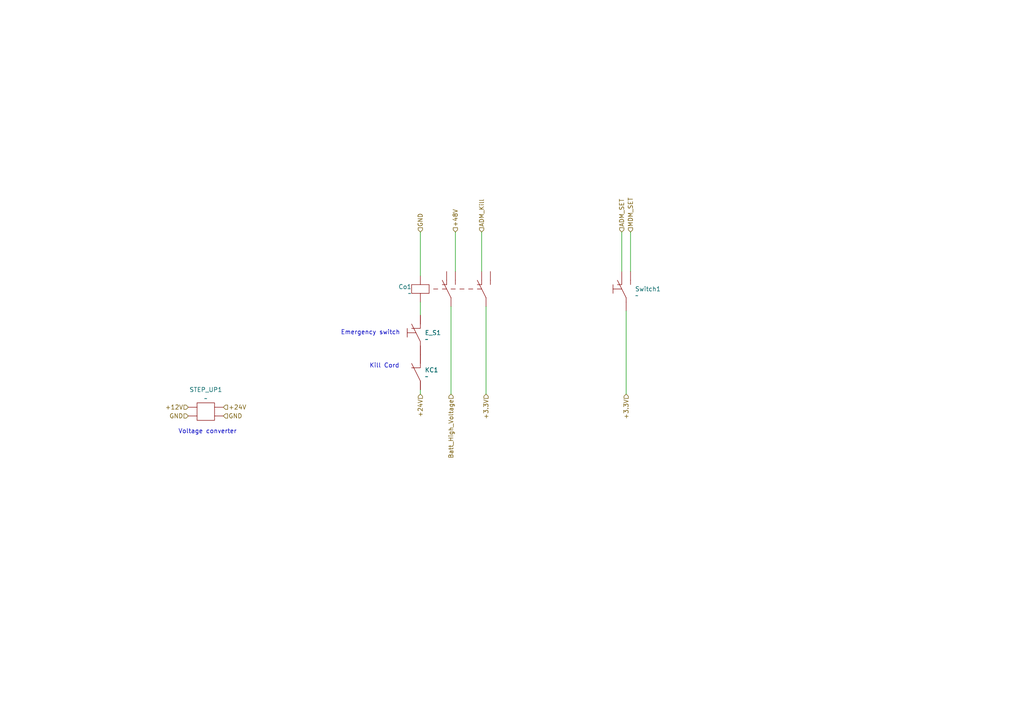
<source format=kicad_sch>
(kicad_sch (version 20231120) (generator "eeschema") (generator_version "8.0")
  (paper "A4")
  (title_block (date "2025-01-09") (company "Designers: Krzysztof Grajek, Wojtek Kołodziej"))
  (lib_symbols
    (symbol "New_Library_0:Emergency_Switch"
      (property "Reference" "E_S" (at 0 5.334 0))
      (symbol "Emergency_Switch_0_1"
        (polyline (pts (xy -1.27 3.81) (xy 1.27 3.81)))
        (polyline (pts (xy 0 1.27) (xy 0 3.81)))
        (polyline (pts (xy -3.81 0) (xy -2.54 0) (xy 2.54 2.54)))
        (polyline (pts (xy 1.27 2.54) (xy 1.27 0) (xy 2.54 0)))
      )
      (symbol "Emergency_Switch_1_1"
        (pin input line (at -6.35 0 0) (length 2.54) (name "") (number ""))
        (pin output line (at 5.08 0 180) (length 2.54) (name "") (number ""))
      )
    )
    (symbol "New_Library_0:KillCord"
      (property "Reference" "KC" (at 0 3.81 0))
      (symbol "KillCord_0_1"
        (polyline (pts (xy -2.54 0) (xy 2.54 2.54)))
        (polyline (pts (xy 1.27 2.54) (xy 1.27 0) (xy 2.54 0)))
      )
      (symbol "KillCord_1_1"
        (pin input line (at -5.08 0 0) (length 2.54) (name "") (number ""))
        (pin output line (at 5.08 0 180) (length 2.54) (name "") (number ""))
      )
    )
    (symbol "New_Library_0:Relay"
      (property "Reference" "Co" (at 0 0 0))
      (symbol "Relay_0_1"
        (rectangle (start -1.27 2.54) (end 1.27 -2.54))
        (polyline (pts (xy -2.54 -19.05) (xy 2.54 -16.51)))
        (polyline (pts (xy -2.54 -8.89) (xy 2.54 -6.35)))
        (polyline (pts (xy 0 -16.51) (xy 0 -17.78)))
        (polyline (pts (xy 0 -13.97) (xy 0 -15.24)))
        (polyline (pts (xy 0 -11.43) (xy 0 -12.7)))
        (polyline (pts (xy 0 -8.89) (xy 0 -10.16)))
        (polyline (pts (xy 0 -6.35) (xy 0 -7.62)))
        (polyline (pts (xy 0 -3.81) (xy 0 -5.08)))
        (polyline (pts (xy 1.27 -20.32) (xy 2.54 -20.32)))
        (polyline (pts (xy 1.27 -17.78) (xy 2.54 -17.78)))
        (polyline (pts (xy 1.27 -16.51) (xy 1.27 -17.78)))
        (polyline (pts (xy 1.27 -10.16) (xy 2.54 -10.16)))
        (polyline (pts (xy 1.27 -7.62) (xy 2.54 -7.62)))
        (polyline (pts (xy 1.27 -6.35) (xy 1.27 -7.62)))
      )
      (symbol "Relay_1_1"
        (pin input line (at -5.08 -19.05 0) (length 2.54) (name "") (number ""))
        (pin input line (at -5.08 -8.89 0) (length 2.54) (name "") (number ""))
        (pin input line (at -3.81 0 0) (length 2.54) (name "") (number ""))
        (pin output line (at 3.81 0 180) (length 2.54) (name "") (number ""))
        (pin output line (at 5.08 -20.32 180) (length 2.54) (name "") (number ""))
        (pin output line (at 5.08 -17.78 180) (length 2.54) (name "") (number ""))
        (pin output line (at 5.08 -10.16 180) (length 2.54) (name "") (number ""))
        (pin output line (at 5.08 -7.62 180) (length 2.54) (name "") (number ""))
      )
    )
    (symbol "New_Library_0:Switch_1_2"
      (property "Reference" "Switch" (at 0 6.096 0))
      (symbol "Switch_1_2_0_1"
        (polyline (pts (xy -3.81 0) (xy -2.54 0)))
        (polyline (pts (xy -2.54 0) (xy 2.54 2.54)))
        (polyline (pts (xy -1.27 3.81) (xy 1.27 3.81)))
        (polyline (pts (xy 0 1.27) (xy 0 3.81)))
        (polyline (pts (xy 1.27 -1.27) (xy 2.54 -1.27)))
        (polyline (pts (xy 1.27 2.54) (xy 1.27 1.27) (xy 2.54 1.27)))
      )
      (symbol "Switch_1_2_1_1"
        (pin input line (at -6.35 0 0) (length 2.54) (name "") (number ""))
        (pin output line (at 5.08 -1.27 180) (length 2.54) (name "") (number ""))
        (pin output line (at 5.08 1.27 180) (length 2.54) (name "") (number ""))
      )
    )
    (symbol "New_Library_0:Voltage_converter_STEPUP"
      (property "Reference" "STEP_UP" (at 0 5.334 0))
      (symbol "Voltage_converter_STEPUP_0_1"
        (rectangle (start -2.54 -2.54) (end 2.54 2.54))
      )
      (symbol "Voltage_converter_STEPUP_1_1"
        (pin input line (at -5.08 -1.27 0) (length 2.54) (name "") (number ""))
        (pin input line (at -5.08 1.27 0) (length 2.54) (name "") (number ""))
        (pin output line (at 5.08 -1.27 180) (length 2.54) (name "") (number ""))
        (pin output line (at 5.08 1.27 180) (length 2.54) (name "") (number ""))
      )
    )
  )
  (wire (pts (xy 132.08 67.31) (xy 132.08 78.74)))
  (wire (pts (xy 182.88 67.31) (xy 182.88 78.74)))
  (wire (pts (xy 121.92 67.31) (xy 121.92 80.01)))
  (wire (pts (xy 180.34 67.31) (xy 180.34 78.74)))
  (wire (pts (xy 121.92 113.03) (xy 121.92 114.3)))
  (wire (pts (xy 130.81 88.9) (xy 130.81 114.3)))
  (wire (pts (xy 121.92 87.63) (xy 121.92 91.44)))
  (wire (pts (xy 140.97 88.9) (xy 140.97 114.3)))
  (wire (pts (xy 181.61 114.3) (xy 181.61 90.17)))
  (wire (pts (xy 139.7 67.31) (xy 139.7 78.74)))
  (text "Voltage converter" (at 60.198 125.222 0) (effects (font (size 1.27 1.27))))
  (text "Kill Cord" (at 111.506 106.172 0) (effects (font (size 1.27 1.27))))
  (text "Emergency switch" (at 107.442 96.52 0) (effects (font (size 1.27 1.27))))
  (hierarchical_label "ADM_Kill" (shape input) (at 139.7 67.31 90))
  (hierarchical_label "GND" (shape input) (at 54.61 120.65 180))
  (hierarchical_label "GND" (shape input) (at 121.92 67.31 90))
  (hierarchical_label "+12V" (shape input) (at 54.61 118.11 180))
  (hierarchical_label "+24V" (shape input) (at 64.77 118.11 0))
  (hierarchical_label "+3.3V" (shape input) (at 140.97 114.3 270))
  (hierarchical_label "+3.3V" (shape input) (at 181.61 114.3 270))
  (hierarchical_label "Batt_High_Voltage" (shape input) (at 130.81 114.3 270))
  (hierarchical_label "MDM_SET" (shape input) (at 182.88 67.31 90))
  (hierarchical_label "GND" (shape input) (at 64.77 120.65 0))
  (hierarchical_label "ADM_SET" (shape input) (at 180.34 67.31 90))
  (hierarchical_label "+24V" (shape input) (at 121.92 114.3 270))
  (hierarchical_label "+48V" (shape input) (at 132.08 67.31 90))
  (symbol (lib_id "New_Library_0:Relay") (at 121.92 83.82 90) (unit 1)
    (property "Reference" "Co1" (at 119.38 83.1849 90) (effects (justify left)))
    (property "Value" "~" (at 119.38 85.09 90) (effects (justify left)))
  )
  (symbol (lib_id "New_Library_0:Switch_1_2") (at 181.61 83.82 90) (unit 1)
    (property "Reference" "Switch1" (at 184.15 83.8199 90) (effects (justify right)))
    (property "Value" "~" (at 184.15 85.725 90) (effects (justify right)))
  )
  (symbol (lib_id "New_Library_0:Emergency_Switch") (at 121.92 96.52 90) (unit 1)
    (property "Reference" "E_S1" (at 123.19 96.5199 90) (effects (justify right)))
    (property "Value" "~" (at 123.19 98.425 90) (effects (justify right)))
  )
  (symbol (lib_id "New_Library_0:KillCord") (at 121.92 107.95 90) (unit 1)
    (property "Reference" "KC1" (at 123.19 107.3149 90) (effects (justify right)))
    (property "Value" "~" (at 123.19 109.22 90) (effects (justify right)))
  )
  (symbol (lib_id "New_Library_0:Voltage_converter_STEPUP") (at 59.69 119.38 0) (unit 1)
    (property "Reference" "STEP_UP1" (at 59.69 113.03 0))
    (property "Value" "~" (at 59.69 115.57 0))
  )
)
</source>
